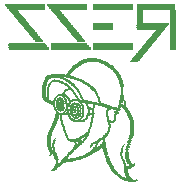
<source format=gbo>
G75*
%MOIN*%
%OFA0B0*%
%FSLAX25Y25*%
%IPPOS*%
%LPD*%
%AMOC8*
5,1,8,0,0,1.08239X$1,22.5*
%
%ADD10R,0.01457X0.00157*%
%ADD11R,0.03622X0.00157*%
%ADD12R,0.04803X0.00118*%
%ADD13R,0.05669X0.00157*%
%ADD14R,0.06417X0.00157*%
%ADD15R,0.07126X0.00118*%
%ADD16R,0.07756X0.00157*%
%ADD17R,0.08465X0.00157*%
%ADD18R,0.03189X0.00118*%
%ADD19R,0.03346X0.00118*%
%ADD20R,0.02795X0.00157*%
%ADD21R,0.02756X0.00157*%
%ADD22R,0.02638X0.00157*%
%ADD23R,0.02598X0.00157*%
%ADD24R,0.02480X0.00157*%
%ADD25R,0.02323X0.00157*%
%ADD26R,0.02165X0.00118*%
%ADD27R,0.02205X0.00118*%
%ADD28R,0.02205X0.00157*%
%ADD29R,0.02047X0.00157*%
%ADD30R,0.02047X0.00118*%
%ADD31R,0.01890X0.00118*%
%ADD32R,0.01890X0.00157*%
%ADD33R,0.01732X0.00157*%
%ADD34R,0.01929X0.00118*%
%ADD35R,0.01732X0.00118*%
%ADD36R,0.01772X0.00157*%
%ADD37R,0.01614X0.00157*%
%ADD38R,0.01575X0.00118*%
%ADD39R,0.01457X0.00118*%
%ADD40R,0.01299X0.00157*%
%ADD41R,0.01339X0.00118*%
%ADD42R,0.01614X0.00118*%
%ADD43R,0.01181X0.00118*%
%ADD44R,0.01181X0.00157*%
%ADD45R,0.01575X0.00157*%
%ADD46R,0.01142X0.00118*%
%ADD47R,0.01024X0.00157*%
%ADD48R,0.04803X0.00157*%
%ADD49R,0.06850X0.00157*%
%ADD50R,0.01024X0.00118*%
%ADD51R,0.07323X0.00118*%
%ADD52R,0.07717X0.00157*%
%ADD53R,0.08622X0.00157*%
%ADD54R,0.03504X0.00118*%
%ADD55R,0.05236X0.00118*%
%ADD56R,0.03189X0.00157*%
%ADD57R,0.02913X0.00157*%
%ADD58R,0.02008X0.00157*%
%ADD59R,0.02756X0.00118*%
%ADD60R,0.01772X0.00118*%
%ADD61R,0.02165X0.00157*%
%ADD62R,0.00276X0.00118*%
%ADD63R,0.00906X0.00157*%
%ADD64R,0.03386X0.00118*%
%ADD65R,0.01496X0.00157*%
%ADD66R,0.04094X0.00157*%
%ADD67R,0.00866X0.00157*%
%ADD68R,0.01142X0.00157*%
%ADD69R,0.01299X0.00118*%
%ADD70R,0.00551X0.00118*%
%ADD71R,0.00591X0.00157*%
%ADD72R,0.00866X0.00118*%
%ADD73R,0.00591X0.00118*%
%ADD74R,0.00433X0.00157*%
%ADD75R,0.01339X0.00157*%
%ADD76R,0.00984X0.00118*%
%ADD77R,0.00472X0.00118*%
%ADD78R,0.00984X0.00157*%
%ADD79R,0.00748X0.00118*%
%ADD80R,0.00433X0.00118*%
%ADD81R,0.00906X0.00118*%
%ADD82R,0.02638X0.00118*%
%ADD83R,0.00748X0.00157*%
%ADD84R,0.00709X0.00157*%
%ADD85R,0.00709X0.00118*%
%ADD86R,0.03386X0.00157*%
%ADD87R,0.00551X0.00157*%
%ADD88R,0.00472X0.00157*%
%ADD89R,0.00276X0.00157*%
%ADD90R,0.01929X0.00157*%
%ADD91R,0.00118X0.00118*%
%ADD92R,0.03819X0.00157*%
%ADD93R,0.00157X0.00157*%
%ADD94R,0.04055X0.00157*%
%ADD95R,0.00315X0.00157*%
%ADD96R,0.04646X0.00118*%
%ADD97R,0.00157X0.00118*%
%ADD98R,0.02480X0.00118*%
%ADD99R,0.05236X0.00157*%
%ADD100R,0.00118X0.00157*%
%ADD101R,0.04961X0.00157*%
%ADD102R,0.05394X0.00157*%
%ADD103R,0.04094X0.00118*%
%ADD104R,0.00315X0.00118*%
%ADD105R,0.03780X0.00157*%
%ADD106R,0.04252X0.00157*%
%ADD107R,0.03228X0.00157*%
%ADD108R,0.03071X0.00157*%
%ADD109R,0.02913X0.00118*%
%ADD110R,0.02362X0.00118*%
%ADD111R,0.04370X0.00118*%
%ADD112R,0.04370X0.00157*%
%ADD113R,0.02362X0.00157*%
%ADD114R,0.03031X0.00157*%
%ADD115R,0.04409X0.00157*%
%ADD116R,0.03937X0.00118*%
%ADD117R,0.02008X0.00118*%
%ADD118R,0.04646X0.00157*%
%ADD119R,0.05984X0.00157*%
%ADD120R,0.05669X0.00118*%
%ADD121R,0.02323X0.00118*%
%ADD122R,0.12992X0.00118*%
%ADD123R,0.13110X0.00118*%
%ADD124R,0.13583X0.00118*%
%ADD125R,0.13543X0.00118*%
%ADD126R,0.12992X0.00157*%
%ADD127R,0.13110X0.00157*%
%ADD128R,0.13425X0.00157*%
%ADD129R,0.13386X0.00157*%
%ADD130R,0.13268X0.00157*%
%ADD131R,0.12953X0.00157*%
%ADD132R,0.12835X0.00157*%
%ADD133R,0.12677X0.00118*%
%ADD134R,0.12559X0.00157*%
%ADD135R,0.12677X0.00157*%
%ADD136R,0.12402X0.00157*%
%ADD137R,0.12520X0.00157*%
%ADD138R,0.12402X0.00118*%
%ADD139R,0.12362X0.00118*%
%ADD140R,0.12244X0.00157*%
%ADD141R,0.12087X0.00157*%
%ADD142R,0.11969X0.00157*%
%ADD143R,0.11929X0.00157*%
%ADD144R,0.02795X0.00118*%
%ADD145R,0.02598X0.00118*%
%ADD146R,0.10787X0.00157*%
%ADD147R,0.10669X0.00157*%
%ADD148R,0.10512X0.00118*%
%ADD149R,0.06850X0.00118*%
%ADD150R,0.10354X0.00157*%
%ADD151R,0.10197X0.00157*%
%ADD152R,0.10079X0.00118*%
%ADD153R,0.09921X0.00157*%
%ADD154R,0.09764X0.00157*%
%ADD155R,0.09764X0.00118*%
%ADD156R,0.09646X0.00157*%
%ADD157R,0.09488X0.00157*%
%ADD158R,0.09331X0.00157*%
%ADD159R,0.09173X0.00118*%
%ADD160R,0.12126X0.00118*%
%ADD161R,0.12244X0.00118*%
%ADD162R,0.12559X0.00118*%
%ADD163R,0.12835X0.00118*%
%ADD164R,0.13150X0.00157*%
%ADD165R,0.13268X0.00118*%
%ADD166R,0.13425X0.00118*%
%ADD167R,0.13583X0.00157*%
%ADD168R,0.13543X0.00157*%
D10*
X0273601Y0108003D03*
X0273916Y0108436D03*
X0278995Y0107412D03*
X0279900Y0108593D03*
X0281042Y0110207D03*
X0281633Y0110916D03*
X0286160Y0107570D03*
X0286436Y0107412D03*
X0296081Y0111940D03*
X0296357Y0111664D03*
X0296514Y0111507D03*
X0288798Y0115444D03*
X0298995Y0102018D03*
X0297538Y0098081D03*
X0286003Y0094892D03*
X0278562Y0098081D03*
X0275806Y0100286D03*
X0283404Y0100562D03*
X0285294Y0089066D03*
X0284979Y0088908D03*
X0285294Y0087451D03*
X0290255Y0087451D03*
X0291711Y0085995D03*
X0292735Y0086861D03*
X0292577Y0088908D03*
X0298129Y0076231D03*
X0298247Y0076073D03*
D11*
X0278936Y0103042D03*
X0288857Y0115286D03*
D12*
X0288857Y0115148D03*
D13*
X0288857Y0115010D03*
X0276455Y0109184D03*
D14*
X0288916Y0114853D03*
D15*
X0288995Y0114715D03*
D16*
X0288995Y0114577D03*
D17*
X0289073Y0114420D03*
D18*
X0291987Y0114282D03*
D19*
X0286239Y0114282D03*
X0283601Y0101448D03*
X0292223Y0099991D03*
X0284349Y0082196D03*
D20*
X0297026Y0098672D03*
X0292499Y0114144D03*
X0303636Y0115223D03*
X0304227Y0115932D03*
X0305684Y0117703D03*
X0284975Y0121640D03*
X0283951Y0122940D03*
X0283518Y0123373D03*
X0283085Y0123963D03*
X0282928Y0124121D03*
X0281471Y0125853D03*
X0281038Y0126444D03*
X0280605Y0126877D03*
X0278991Y0128766D03*
X0278558Y0129357D03*
X0278125Y0129948D03*
X0277692Y0130381D03*
X0277534Y0130538D03*
X0268203Y0124987D03*
X0267770Y0125420D03*
X0267337Y0126010D03*
X0265881Y0127743D03*
X0265723Y0127900D03*
X0265290Y0128491D03*
X0264857Y0128924D03*
X0263833Y0130223D03*
X0262810Y0131404D03*
X0270251Y0122507D03*
X0270684Y0121916D03*
X0271117Y0121483D03*
D21*
X0270979Y0121640D03*
X0270388Y0122349D03*
X0270113Y0122664D03*
X0269522Y0123373D03*
X0269365Y0123530D03*
X0269089Y0123963D03*
X0268932Y0124121D03*
X0268656Y0124396D03*
X0268499Y0124554D03*
X0268341Y0124829D03*
X0267908Y0125262D03*
X0267475Y0125853D03*
X0267042Y0126286D03*
X0266885Y0126601D03*
X0266609Y0126877D03*
X0266451Y0127034D03*
X0265585Y0128058D03*
X0265428Y0128333D03*
X0264995Y0128766D03*
X0264562Y0129357D03*
X0264404Y0129514D03*
X0264129Y0129790D03*
X0263696Y0130381D03*
X0263538Y0130538D03*
X0262948Y0131247D03*
X0276963Y0131247D03*
X0277239Y0130971D03*
X0277396Y0130814D03*
X0277829Y0130223D03*
X0278420Y0129514D03*
X0278696Y0129199D03*
X0279286Y0128491D03*
X0279444Y0128333D03*
X0279719Y0127900D03*
X0279877Y0127743D03*
X0280152Y0127467D03*
X0280310Y0127310D03*
X0280467Y0127034D03*
X0280900Y0126601D03*
X0281333Y0126010D03*
X0281766Y0125577D03*
X0281924Y0125262D03*
X0282199Y0124987D03*
X0282357Y0124829D03*
X0282633Y0124396D03*
X0283223Y0123806D03*
X0283381Y0123530D03*
X0283814Y0123097D03*
X0284089Y0122664D03*
X0284247Y0122507D03*
X0284404Y0122349D03*
X0284680Y0122073D03*
X0285113Y0121483D03*
X0285270Y0121325D03*
X0285786Y0114144D03*
X0276888Y0108003D03*
X0275156Y0100877D03*
X0303066Y0114475D03*
X0303499Y0115066D03*
X0304365Y0116089D03*
X0279802Y0081034D03*
D22*
X0301042Y0079144D03*
X0277262Y0110207D03*
X0292853Y0113987D03*
X0303125Y0114633D03*
X0303282Y0114790D03*
X0304739Y0116522D03*
X0305014Y0116955D03*
X0305172Y0117113D03*
X0305605Y0117546D03*
X0306038Y0118136D03*
X0306471Y0118727D03*
X0306786Y0119003D03*
X0307062Y0119436D03*
X0307219Y0119593D03*
X0307495Y0119869D03*
X0307652Y0120026D03*
X0307652Y0120184D03*
X0308085Y0120617D03*
X0308676Y0121325D03*
X0308951Y0121640D03*
X0309109Y0121916D03*
X0309266Y0122073D03*
X0309542Y0122349D03*
X0309699Y0122507D03*
X0309975Y0122940D03*
X0310133Y0123097D03*
X0310723Y0123806D03*
X0310999Y0124121D03*
X0311589Y0124829D03*
X0282573Y0124554D03*
X0281117Y0126286D03*
X0279660Y0128058D03*
X0278912Y0128924D03*
X0278203Y0129790D03*
X0267692Y0125577D03*
X0266235Y0127310D03*
X0263322Y0130814D03*
X0263164Y0130971D03*
X0269148Y0123806D03*
X0269739Y0123097D03*
X0269896Y0122940D03*
X0270605Y0122073D03*
X0271196Y0121325D03*
D23*
X0266963Y0126444D03*
X0266097Y0127467D03*
X0264640Y0129199D03*
X0264050Y0129948D03*
X0276885Y0131404D03*
X0281845Y0125420D03*
X0284759Y0121916D03*
X0303853Y0115499D03*
X0304010Y0115656D03*
X0304444Y0116247D03*
X0304877Y0116680D03*
X0305467Y0117388D03*
X0305900Y0117979D03*
X0306333Y0118412D03*
X0306333Y0118570D03*
X0306924Y0119160D03*
X0307948Y0120459D03*
X0308381Y0120892D03*
X0308381Y0121050D03*
X0308814Y0121483D03*
X0310861Y0123963D03*
X0311294Y0124554D03*
X0311727Y0124987D03*
X0285432Y0113987D03*
X0285432Y0082491D03*
D24*
X0285924Y0082648D03*
X0290451Y0085404D03*
X0290609Y0085562D03*
X0302105Y0074459D03*
X0299073Y0099538D03*
X0299073Y0099696D03*
X0299073Y0099853D03*
X0283601Y0101743D03*
X0275294Y0100719D03*
X0274428Y0101152D03*
X0274703Y0109026D03*
X0283325Y0108751D03*
X0293247Y0113829D03*
X0309778Y0122664D03*
X0310329Y0123373D03*
X0310487Y0123530D03*
X0311235Y0124396D03*
D25*
X0285136Y0113829D03*
X0281357Y0105089D03*
X0274192Y0101310D03*
X0295333Y0094459D03*
X0284113Y0088475D03*
X0289940Y0084971D03*
X0290097Y0085129D03*
X0292420Y0086270D03*
X0286593Y0082924D03*
X0275963Y0083790D03*
X0300885Y0078987D03*
D26*
X0300806Y0078849D03*
X0289585Y0084676D03*
X0288995Y0084243D03*
X0288562Y0098534D03*
X0293522Y0113692D03*
D27*
X0284920Y0113692D03*
X0287243Y0083219D03*
D28*
X0286967Y0083081D03*
X0289448Y0084538D03*
X0277636Y0080010D03*
X0302125Y0080168D03*
X0295274Y0094302D03*
X0288424Y0096940D03*
X0293818Y0113554D03*
D29*
X0294014Y0113396D03*
X0284566Y0113554D03*
X0284408Y0113396D03*
X0276810Y0108160D03*
X0281337Y0105247D03*
X0275510Y0100562D03*
X0288503Y0083948D03*
X0288345Y0083790D03*
X0288778Y0084105D03*
X0289211Y0084381D03*
X0287755Y0083514D03*
X0277558Y0079853D03*
X0302203Y0080010D03*
X0304877Y0127310D03*
X0304877Y0127467D03*
X0304877Y0127743D03*
X0304877Y0127900D03*
X0304877Y0128058D03*
X0304877Y0128333D03*
X0304877Y0128491D03*
X0304877Y0128766D03*
X0304877Y0128924D03*
X0304877Y0129199D03*
X0304877Y0129357D03*
X0304877Y0129514D03*
X0304877Y0129790D03*
X0304877Y0129948D03*
X0304877Y0130223D03*
X0304877Y0130381D03*
X0304877Y0130538D03*
X0304877Y0130814D03*
X0304877Y0130971D03*
X0304877Y0131247D03*
X0304877Y0131404D03*
D30*
X0304877Y0131542D03*
X0304877Y0131109D03*
X0304877Y0130676D03*
X0304877Y0130085D03*
X0304877Y0129652D03*
X0304877Y0129062D03*
X0304877Y0128629D03*
X0304877Y0128196D03*
X0304877Y0127605D03*
X0304877Y0127172D03*
X0294329Y0113259D03*
X0284566Y0108298D03*
X0274329Y0108888D03*
X0274054Y0101448D03*
X0275668Y0084676D03*
D31*
X0284487Y0088613D03*
X0292361Y0088613D03*
X0277479Y0079715D03*
X0299644Y0075345D03*
X0299054Y0101448D03*
X0273699Y0101881D03*
X0284172Y0113259D03*
X0315900Y0118865D03*
X0315900Y0119298D03*
X0315900Y0119731D03*
X0315900Y0120322D03*
X0315900Y0120755D03*
X0315900Y0121188D03*
X0315900Y0121778D03*
X0315900Y0122211D03*
X0315900Y0122802D03*
X0315900Y0123235D03*
X0315900Y0123668D03*
X0315900Y0124259D03*
X0315900Y0124692D03*
X0315900Y0125125D03*
X0315900Y0125715D03*
X0315900Y0126148D03*
X0315900Y0126739D03*
X0315900Y0127172D03*
X0315900Y0127605D03*
X0315900Y0128196D03*
X0315900Y0128629D03*
X0315900Y0129062D03*
X0315900Y0129652D03*
X0315900Y0130085D03*
X0315900Y0130676D03*
X0315900Y0131109D03*
X0315900Y0131542D03*
D32*
X0315900Y0131404D03*
X0315900Y0131247D03*
X0315900Y0130971D03*
X0315900Y0130814D03*
X0315900Y0130538D03*
X0315900Y0130381D03*
X0315900Y0130223D03*
X0315900Y0129948D03*
X0315900Y0129790D03*
X0315900Y0129514D03*
X0315900Y0129357D03*
X0315900Y0129199D03*
X0315900Y0128924D03*
X0315900Y0128766D03*
X0315900Y0128491D03*
X0315900Y0128333D03*
X0315900Y0128058D03*
X0315900Y0127900D03*
X0315900Y0127743D03*
X0315900Y0127467D03*
X0315900Y0127310D03*
X0315900Y0127034D03*
X0315900Y0126877D03*
X0315900Y0126601D03*
X0315900Y0126444D03*
X0315900Y0126286D03*
X0315900Y0126010D03*
X0315900Y0125853D03*
X0315900Y0125577D03*
X0315900Y0125420D03*
X0315900Y0125262D03*
X0315900Y0124987D03*
X0315900Y0124829D03*
X0315900Y0124554D03*
X0315900Y0124396D03*
X0315900Y0124121D03*
X0315900Y0123963D03*
X0315900Y0123806D03*
X0315900Y0123530D03*
X0315900Y0123373D03*
X0315900Y0123097D03*
X0315900Y0122940D03*
X0315900Y0122664D03*
X0315900Y0122507D03*
X0315900Y0122349D03*
X0315900Y0122073D03*
X0315900Y0121916D03*
X0315900Y0121640D03*
X0315900Y0121483D03*
X0315900Y0121325D03*
X0315900Y0121050D03*
X0315900Y0120892D03*
X0315900Y0120617D03*
X0315900Y0120459D03*
X0315900Y0120184D03*
X0315900Y0120026D03*
X0315900Y0119869D03*
X0315900Y0119593D03*
X0315900Y0119436D03*
X0315900Y0119160D03*
X0315900Y0119003D03*
X0315900Y0118727D03*
X0315900Y0118570D03*
X0294841Y0112963D03*
X0294526Y0113121D03*
X0283739Y0112963D03*
X0284920Y0108160D03*
X0279093Y0103475D03*
X0273699Y0101743D03*
X0295274Y0094144D03*
X0299054Y0101585D03*
X0285353Y0087727D03*
X0284054Y0086585D03*
X0277322Y0079577D03*
D33*
X0299290Y0075483D03*
X0300589Y0078711D03*
X0302203Y0079853D03*
X0286888Y0089932D03*
X0286731Y0089774D03*
X0285274Y0108003D03*
X0283385Y0112688D03*
X0283975Y0113121D03*
X0295196Y0112688D03*
X0295353Y0112530D03*
D34*
X0294979Y0112825D03*
D35*
X0283542Y0112825D03*
X0283818Y0101881D03*
X0283385Y0100424D03*
X0275668Y0100424D03*
X0285274Y0087589D03*
X0277125Y0079282D03*
D36*
X0277262Y0079420D03*
X0279152Y0080877D03*
X0290097Y0087294D03*
X0284546Y0094302D03*
X0283680Y0095759D03*
X0297381Y0098396D03*
X0274192Y0108751D03*
X0283247Y0112530D03*
X0301908Y0079577D03*
X0298995Y0075640D03*
D37*
X0298483Y0075916D03*
X0276908Y0078987D03*
X0284034Y0086428D03*
X0284782Y0088751D03*
X0291475Y0085837D03*
X0292499Y0088751D03*
X0297459Y0098239D03*
X0299073Y0101743D03*
X0288129Y0098672D03*
X0278640Y0107570D03*
X0273995Y0108593D03*
X0281278Y0110483D03*
X0281711Y0111073D03*
X0281987Y0111349D03*
X0282144Y0111507D03*
X0282302Y0111664D03*
X0282577Y0111940D03*
X0282735Y0112097D03*
X0283010Y0112373D03*
X0295570Y0112373D03*
X0295845Y0112097D03*
D38*
X0295707Y0112235D03*
X0282873Y0112235D03*
X0282440Y0111802D03*
X0281416Y0105385D03*
X0291337Y0085699D03*
D39*
X0291396Y0088180D03*
X0302184Y0079715D03*
X0276672Y0078849D03*
X0298562Y0099991D03*
X0281475Y0110778D03*
X0281199Y0110345D03*
X0273759Y0108298D03*
X0296199Y0111802D03*
D40*
X0296593Y0111349D03*
X0296869Y0111073D03*
X0297026Y0110916D03*
X0288404Y0106113D03*
X0288562Y0105955D03*
X0287696Y0106703D03*
X0287262Y0106979D03*
X0286948Y0107136D03*
X0280688Y0108160D03*
X0280097Y0108436D03*
X0273680Y0108160D03*
X0273404Y0107570D03*
X0278207Y0102176D03*
X0287971Y0098829D03*
X0287971Y0096782D03*
X0283601Y0096349D03*
X0277617Y0097215D03*
X0287105Y0090207D03*
X0287262Y0090365D03*
X0285215Y0087294D03*
X0284782Y0086861D03*
X0290609Y0087727D03*
X0290885Y0087885D03*
X0291199Y0088042D03*
X0291633Y0088318D03*
X0293089Y0089341D03*
X0276593Y0083357D03*
X0278640Y0080601D03*
X0276593Y0078711D03*
X0297026Y0077097D03*
X0297459Y0076664D03*
X0300373Y0077530D03*
X0300373Y0077688D03*
X0300373Y0077963D03*
X0300373Y0078554D03*
X0300530Y0077097D03*
X0300530Y0076940D03*
X0300806Y0076231D03*
X0298916Y0102176D03*
D41*
X0287400Y0106841D03*
X0280392Y0108298D03*
X0273542Y0107865D03*
X0296731Y0111211D03*
X0276455Y0083652D03*
D42*
X0286948Y0090070D03*
X0295136Y0094007D03*
X0299507Y0099400D03*
X0299073Y0101881D03*
X0285491Y0107865D03*
X0281869Y0111211D03*
X0298759Y0075778D03*
D43*
X0300747Y0076369D03*
X0300589Y0076802D03*
X0301022Y0075778D03*
X0301455Y0075345D03*
X0296810Y0077392D03*
X0296062Y0078259D03*
X0295629Y0078849D03*
X0301613Y0080306D03*
X0292873Y0087156D03*
X0283818Y0086133D03*
X0283385Y0085699D03*
X0282951Y0085266D03*
X0274644Y0086723D03*
X0274644Y0089203D03*
X0275668Y0092117D03*
X0276101Y0093140D03*
X0276534Y0094007D03*
X0286455Y0095030D03*
X0278581Y0097944D03*
X0280904Y0099991D03*
X0281770Y0101014D03*
X0283385Y0099991D03*
X0289211Y0105385D03*
X0288778Y0105818D03*
X0281062Y0107865D03*
X0273188Y0106841D03*
X0273030Y0106408D03*
X0297085Y0110778D03*
X0300589Y0097944D03*
X0302046Y0095030D03*
D44*
X0297085Y0097373D03*
X0299723Y0099105D03*
X0299999Y0098829D03*
X0300156Y0098672D03*
X0300747Y0097806D03*
X0287912Y0096625D03*
X0279605Y0096625D03*
X0277125Y0095759D03*
X0277125Y0095601D03*
X0276967Y0095168D03*
X0276534Y0094144D03*
X0276377Y0093711D03*
X0276101Y0093003D03*
X0275944Y0092845D03*
X0275944Y0092688D03*
X0275510Y0091822D03*
X0275077Y0090798D03*
X0274920Y0090365D03*
X0274644Y0086585D03*
X0275077Y0084971D03*
X0276534Y0083514D03*
X0276967Y0082491D03*
X0283542Y0085837D03*
X0285707Y0089341D03*
X0287322Y0090522D03*
X0291849Y0088475D03*
X0293306Y0089499D03*
X0300747Y0082058D03*
X0295196Y0079577D03*
X0296219Y0077963D03*
X0296652Y0077530D03*
X0300589Y0076664D03*
X0301022Y0075916D03*
X0301180Y0075640D03*
X0275944Y0100129D03*
X0281495Y0105522D03*
X0280314Y0106703D03*
X0279881Y0106979D03*
X0279605Y0107136D03*
X0280904Y0108003D03*
X0281337Y0107727D03*
X0288936Y0105680D03*
X0289369Y0105247D03*
X0297243Y0110483D03*
X0297243Y0110640D03*
X0297518Y0110207D03*
X0297676Y0109892D03*
X0297833Y0109617D03*
X0273463Y0107727D03*
X0273188Y0106979D03*
X0273030Y0106270D03*
X0273030Y0106113D03*
D45*
X0279526Y0108751D03*
X0280983Y0110050D03*
X0281416Y0110640D03*
X0277046Y0079144D03*
D46*
X0276829Y0082786D03*
X0276672Y0083219D03*
X0296357Y0077825D03*
X0300294Y0078259D03*
X0275215Y0091093D03*
X0275373Y0091526D03*
X0275806Y0092550D03*
X0286160Y0101448D03*
X0272892Y0103928D03*
X0272892Y0104361D03*
X0272892Y0104951D03*
X0273325Y0107274D03*
X0297381Y0110345D03*
X0299861Y0098967D03*
X0300885Y0097510D03*
D47*
X0300944Y0097373D03*
X0301101Y0097215D03*
X0301259Y0096940D03*
X0301377Y0096625D03*
X0301534Y0096349D03*
X0301534Y0096192D03*
X0301692Y0095916D03*
X0301849Y0095759D03*
X0301849Y0095601D03*
X0301967Y0095325D03*
X0301967Y0095168D03*
X0302125Y0094892D03*
X0302125Y0094735D03*
X0302282Y0094459D03*
X0302282Y0094302D03*
X0302282Y0094144D03*
X0302400Y0093711D03*
X0302400Y0093436D03*
X0302400Y0093278D03*
X0302400Y0093003D03*
X0302400Y0092845D03*
X0302400Y0092688D03*
X0302400Y0092412D03*
X0302400Y0092255D03*
X0302400Y0091979D03*
X0302400Y0091822D03*
X0302400Y0091664D03*
X0302400Y0091388D03*
X0302400Y0091231D03*
X0302282Y0090798D03*
X0302282Y0090522D03*
X0302125Y0090207D03*
X0302125Y0089932D03*
X0301967Y0089499D03*
X0301849Y0089066D03*
X0301692Y0088751D03*
X0301377Y0087727D03*
X0301259Y0087294D03*
X0300944Y0086270D03*
X0300668Y0084971D03*
X0300510Y0083948D03*
X0300510Y0083790D03*
X0300510Y0083514D03*
X0300510Y0083357D03*
X0300510Y0083081D03*
X0300510Y0082924D03*
X0300668Y0082648D03*
X0300668Y0082491D03*
X0300668Y0082333D03*
X0300825Y0081900D03*
X0300825Y0081625D03*
X0300944Y0081467D03*
X0300944Y0081192D03*
X0301101Y0081034D03*
X0301101Y0080877D03*
X0301259Y0080601D03*
X0301377Y0080444D03*
X0296140Y0078121D03*
X0295865Y0078554D03*
X0295707Y0078711D03*
X0295550Y0078987D03*
X0295432Y0079144D03*
X0295274Y0079420D03*
X0294841Y0080168D03*
X0294684Y0080444D03*
X0294684Y0080601D03*
X0294526Y0080877D03*
X0294526Y0081034D03*
X0294408Y0081192D03*
X0294251Y0081625D03*
X0294093Y0081900D03*
X0294093Y0082058D03*
X0293975Y0082333D03*
X0293975Y0082491D03*
X0293818Y0082924D03*
X0293660Y0083357D03*
X0293660Y0083514D03*
X0293503Y0083790D03*
X0293503Y0083948D03*
X0293503Y0084105D03*
X0293385Y0084381D03*
X0293385Y0084538D03*
X0293227Y0084971D03*
X0293227Y0085129D03*
X0293227Y0085404D03*
X0293070Y0085562D03*
X0293070Y0085837D03*
X0293070Y0085995D03*
X0292951Y0087294D03*
X0293503Y0089774D03*
X0293660Y0089932D03*
X0293975Y0090365D03*
X0289290Y0087018D03*
X0282873Y0085129D03*
X0282282Y0084538D03*
X0282164Y0084381D03*
X0281849Y0084105D03*
X0281692Y0083948D03*
X0281573Y0083790D03*
X0281259Y0083514D03*
X0281140Y0083357D03*
X0280550Y0082648D03*
X0280392Y0082491D03*
X0280235Y0082333D03*
X0279959Y0082058D03*
X0277203Y0081900D03*
X0277046Y0082333D03*
X0276888Y0082648D03*
X0275156Y0084814D03*
X0274999Y0085129D03*
X0274999Y0085404D03*
X0274841Y0085562D03*
X0274841Y0085837D03*
X0274723Y0085995D03*
X0274723Y0086270D03*
X0274723Y0086428D03*
X0274566Y0086861D03*
X0274566Y0087018D03*
X0274566Y0087294D03*
X0274566Y0087451D03*
X0274566Y0087727D03*
X0274566Y0087885D03*
X0274566Y0088042D03*
X0274566Y0088318D03*
X0274566Y0088475D03*
X0274566Y0088751D03*
X0274566Y0088908D03*
X0274566Y0089066D03*
X0274723Y0089341D03*
X0274723Y0089499D03*
X0274723Y0089774D03*
X0274841Y0090207D03*
X0274999Y0090522D03*
X0275156Y0090955D03*
X0275432Y0091664D03*
X0275589Y0091979D03*
X0275747Y0092255D03*
X0276455Y0093869D03*
X0277046Y0095325D03*
X0277203Y0095916D03*
X0277322Y0096192D03*
X0277322Y0096349D03*
X0277322Y0096625D03*
X0277479Y0096782D03*
X0280550Y0098239D03*
X0280550Y0098396D03*
X0280825Y0099538D03*
X0280825Y0099696D03*
X0280825Y0099853D03*
X0273266Y0102018D03*
X0273109Y0102176D03*
X0273109Y0102333D03*
X0272951Y0102609D03*
X0272951Y0102766D03*
X0272951Y0103042D03*
X0272951Y0103199D03*
X0272951Y0103475D03*
X0272951Y0103633D03*
X0272951Y0103790D03*
X0272951Y0105522D03*
X0272951Y0105680D03*
X0272951Y0105955D03*
X0273109Y0106546D03*
X0273109Y0106703D03*
X0273266Y0107136D03*
X0280550Y0106546D03*
X0281692Y0107412D03*
X0281573Y0107570D03*
X0282282Y0106979D03*
X0282597Y0106703D03*
X0282715Y0106546D03*
X0280235Y0104656D03*
X0289448Y0105089D03*
X0289723Y0104814D03*
X0298778Y0105955D03*
X0298778Y0106113D03*
X0298778Y0106270D03*
X0298778Y0106546D03*
X0298778Y0106703D03*
X0298621Y0106979D03*
X0298621Y0107136D03*
X0298621Y0107412D03*
X0298463Y0107727D03*
X0298463Y0108003D03*
X0298345Y0108436D03*
X0298188Y0108593D03*
X0298188Y0108751D03*
X0298030Y0109026D03*
X0298030Y0109184D03*
X0297912Y0109459D03*
X0297597Y0110050D03*
X0298778Y0103042D03*
X0298778Y0102766D03*
X0298778Y0102609D03*
X0298621Y0101310D03*
X0298621Y0101152D03*
X0298463Y0100719D03*
X0298463Y0100129D03*
X0300510Y0098081D03*
X0300825Y0097648D03*
X0297164Y0097215D03*
X0296888Y0097648D03*
X0294684Y0098672D03*
X0289133Y0097215D03*
X0286652Y0095168D03*
X0282164Y0095168D03*
X0294684Y0094735D03*
X0275865Y0078121D03*
D48*
X0281259Y0081467D03*
X0277636Y0110050D03*
D49*
X0278227Y0109892D03*
X0292711Y0125262D03*
X0292711Y0125420D03*
X0292711Y0125577D03*
X0292711Y0125853D03*
X0292711Y0126010D03*
X0292711Y0126286D03*
X0292711Y0126444D03*
X0292711Y0126601D03*
X0292711Y0126877D03*
X0292711Y0127034D03*
D50*
X0297755Y0109755D03*
X0297912Y0109322D03*
X0298188Y0108888D03*
X0298345Y0108298D03*
X0298463Y0107865D03*
X0298621Y0107274D03*
X0298778Y0106408D03*
X0298778Y0102904D03*
X0298778Y0102471D03*
X0300235Y0098534D03*
X0301101Y0097077D03*
X0301377Y0096487D03*
X0301692Y0096054D03*
X0301849Y0095463D03*
X0302125Y0094597D03*
X0302282Y0094007D03*
X0302400Y0093573D03*
X0302400Y0093140D03*
X0302400Y0092550D03*
X0302400Y0092117D03*
X0302400Y0091526D03*
X0302400Y0091093D03*
X0302282Y0090660D03*
X0302125Y0090070D03*
X0301967Y0089636D03*
X0301849Y0089203D03*
X0301692Y0088613D03*
X0301534Y0088180D03*
X0301101Y0086723D03*
X0300825Y0085699D03*
X0293385Y0084676D03*
X0293227Y0085266D03*
X0293070Y0085699D03*
X0289881Y0085699D03*
X0289566Y0087156D03*
X0293385Y0089636D03*
X0287558Y0090660D03*
X0282440Y0095030D03*
X0277322Y0096487D03*
X0277203Y0096054D03*
X0277046Y0095463D03*
X0276888Y0095030D03*
X0276298Y0093573D03*
X0274999Y0090660D03*
X0274841Y0090070D03*
X0274723Y0089636D03*
X0274566Y0088613D03*
X0274566Y0088180D03*
X0274566Y0087589D03*
X0274566Y0087156D03*
X0274723Y0086133D03*
X0274841Y0085699D03*
X0274999Y0085266D03*
X0277046Y0082196D03*
X0277203Y0081762D03*
X0280117Y0082196D03*
X0281416Y0083652D03*
X0282007Y0084243D03*
X0293818Y0082786D03*
X0294408Y0081329D03*
X0294841Y0080306D03*
X0295117Y0079715D03*
X0295432Y0079282D03*
X0300944Y0081329D03*
X0300825Y0081762D03*
X0300668Y0082196D03*
X0300510Y0083219D03*
X0300510Y0083652D03*
X0301259Y0080739D03*
X0276022Y0078259D03*
X0287676Y0096487D03*
X0287833Y0098967D03*
X0283306Y0099400D03*
X0280550Y0098534D03*
X0280392Y0102904D03*
X0280117Y0106841D03*
X0281849Y0107274D03*
X0282440Y0106841D03*
X0289566Y0104951D03*
X0294526Y0098534D03*
X0296888Y0097510D03*
X0272951Y0102904D03*
X0272951Y0103337D03*
X0272951Y0105385D03*
X0272951Y0105818D03*
D51*
X0277991Y0109755D03*
D52*
X0278070Y0109617D03*
D53*
X0278207Y0109459D03*
D54*
X0281199Y0109322D03*
D55*
X0276396Y0109322D03*
D56*
X0281790Y0109184D03*
X0300885Y0075050D03*
D57*
X0301180Y0079420D03*
X0284999Y0082333D03*
X0295353Y0099105D03*
X0283542Y0101585D03*
X0282361Y0109026D03*
D58*
X0284113Y0108436D03*
X0278719Y0109026D03*
X0287617Y0083357D03*
D59*
X0301101Y0079282D03*
X0278936Y0103337D03*
X0282873Y0108888D03*
X0302908Y0114337D03*
X0304955Y0116818D03*
X0284837Y0121778D03*
X0283656Y0123235D03*
X0282790Y0124259D03*
X0281176Y0126148D03*
X0280743Y0126739D03*
X0278853Y0129062D03*
X0277987Y0130085D03*
X0268066Y0125125D03*
X0266018Y0127605D03*
X0265152Y0128629D03*
X0263105Y0131109D03*
X0262672Y0131542D03*
X0269955Y0122802D03*
X0270546Y0122211D03*
X0270822Y0121778D03*
D60*
X0279152Y0108888D03*
X0292577Y0086723D03*
D61*
X0292499Y0086428D03*
X0277774Y0080168D03*
X0275885Y0083948D03*
X0275885Y0084105D03*
X0275727Y0084381D03*
X0275727Y0084538D03*
X0283759Y0108593D03*
D62*
X0276672Y0108298D03*
X0277262Y0101448D03*
X0277696Y0101448D03*
X0277105Y0101014D03*
X0277105Y0100424D03*
X0277105Y0099991D03*
X0278877Y0099400D03*
X0279152Y0098967D03*
X0279585Y0098967D03*
X0279743Y0099400D03*
X0279743Y0099991D03*
X0279310Y0101448D03*
X0281790Y0098967D03*
X0281790Y0097510D03*
X0283680Y0097510D03*
X0284703Y0097510D03*
X0285136Y0097077D03*
X0284703Y0098534D03*
X0284546Y0098967D03*
X0285136Y0098967D03*
X0288483Y0086133D03*
X0298995Y0085266D03*
X0299428Y0086133D03*
D63*
X0300885Y0085995D03*
X0300885Y0085837D03*
X0301318Y0087451D03*
X0301908Y0089341D03*
X0302341Y0090955D03*
X0294467Y0091231D03*
X0294467Y0091388D03*
X0294034Y0090522D03*
X0293010Y0087727D03*
X0293010Y0087451D03*
X0290097Y0085995D03*
X0289073Y0086861D03*
X0286160Y0088042D03*
X0287617Y0090798D03*
X0288050Y0091664D03*
X0288050Y0091822D03*
X0294467Y0094892D03*
X0287617Y0096349D03*
X0281633Y0095759D03*
X0281633Y0100877D03*
X0278286Y0101743D03*
X0278286Y0102333D03*
X0281199Y0105955D03*
X0283680Y0105522D03*
X0285136Y0103199D03*
X0290097Y0104223D03*
X0298404Y0100562D03*
X0298404Y0100286D03*
X0299861Y0100719D03*
X0299861Y0100877D03*
X0298404Y0108160D03*
X0282656Y0084971D03*
X0276239Y0084814D03*
X0276239Y0085129D03*
X0277262Y0081625D03*
X0277262Y0081467D03*
X0277262Y0081192D03*
X0277262Y0081034D03*
X0277262Y0080877D03*
X0277262Y0080601D03*
D64*
X0277046Y0107865D03*
D65*
X0285865Y0107727D03*
X0281928Y0101152D03*
D66*
X0296377Y0098829D03*
X0283227Y0088042D03*
X0277125Y0107727D03*
D67*
X0275353Y0107570D03*
X0275235Y0107412D03*
X0280038Y0104499D03*
X0279605Y0104066D03*
X0279290Y0103633D03*
X0280629Y0102766D03*
X0281495Y0105680D03*
X0281062Y0106113D03*
X0280904Y0106270D03*
X0282085Y0107136D03*
X0282951Y0106270D03*
X0283109Y0106113D03*
X0283227Y0105955D03*
X0283542Y0105680D03*
X0283818Y0105247D03*
X0283975Y0105089D03*
X0284251Y0104656D03*
X0284566Y0104223D03*
X0285707Y0102018D03*
X0285865Y0101743D03*
X0286022Y0101585D03*
X0290235Y0104066D03*
X0290392Y0103790D03*
X0289959Y0104499D03*
X0289802Y0104656D03*
X0298542Y0107570D03*
X0299723Y0101310D03*
X0298542Y0100877D03*
X0298109Y0099262D03*
X0298109Y0099105D03*
X0296652Y0096625D03*
X0294329Y0095325D03*
X0294762Y0092688D03*
X0294605Y0091979D03*
X0294605Y0091822D03*
X0294329Y0090955D03*
X0294172Y0090798D03*
X0293896Y0090207D03*
X0290392Y0086585D03*
X0290235Y0086270D03*
X0289959Y0085837D03*
X0293306Y0084814D03*
X0293739Y0083081D03*
X0293896Y0082648D03*
X0294329Y0081467D03*
X0300589Y0084105D03*
X0300589Y0084381D03*
X0300589Y0084538D03*
X0300589Y0084814D03*
X0300747Y0085129D03*
X0300747Y0085404D03*
X0300747Y0085562D03*
X0301022Y0086428D03*
X0301022Y0086585D03*
X0301180Y0086861D03*
X0301180Y0087018D03*
X0301455Y0087885D03*
X0301455Y0088042D03*
X0301613Y0088318D03*
X0301613Y0088475D03*
X0301770Y0088908D03*
X0302046Y0089774D03*
X0302203Y0090365D03*
X0287912Y0091231D03*
X0287912Y0091388D03*
X0287755Y0090955D03*
X0287046Y0089341D03*
X0286022Y0087885D03*
X0284841Y0087885D03*
X0283385Y0087727D03*
X0283385Y0087451D03*
X0283385Y0087294D03*
X0283542Y0087018D03*
X0283542Y0086861D03*
X0282518Y0084814D03*
X0280904Y0083081D03*
X0280747Y0082924D03*
X0277125Y0082058D03*
X0277125Y0080444D03*
X0282085Y0095325D03*
X0283385Y0096782D03*
X0283227Y0097373D03*
X0280747Y0097373D03*
X0280629Y0098672D03*
X0280747Y0099262D03*
X0279290Y0097215D03*
X0289211Y0097373D03*
X0289211Y0098239D03*
X0294329Y0098396D03*
D68*
X0289073Y0098396D03*
X0283680Y0095601D03*
X0280609Y0097215D03*
X0276829Y0094892D03*
X0276829Y0094735D03*
X0276672Y0094459D03*
X0276672Y0094302D03*
X0276239Y0093436D03*
X0276239Y0093278D03*
X0275806Y0092412D03*
X0275215Y0091231D03*
X0274782Y0089932D03*
X0281199Y0088475D03*
X0283680Y0085995D03*
X0283247Y0085562D03*
X0283089Y0085404D03*
X0276829Y0082924D03*
X0276672Y0083081D03*
X0276239Y0078396D03*
X0295924Y0078396D03*
X0296514Y0077688D03*
X0296948Y0077255D03*
X0300294Y0078121D03*
X0300294Y0078396D03*
X0300451Y0077255D03*
X0300885Y0076073D03*
X0301318Y0075483D03*
X0302341Y0093869D03*
X0301318Y0096782D03*
X0300451Y0098239D03*
X0300294Y0098396D03*
X0298837Y0102333D03*
X0289073Y0105522D03*
X0273325Y0107412D03*
X0272892Y0105247D03*
X0272892Y0105089D03*
X0272892Y0104814D03*
X0272892Y0104656D03*
X0272892Y0104499D03*
X0272892Y0104223D03*
X0272892Y0104066D03*
D69*
X0279388Y0107274D03*
X0286672Y0107274D03*
X0287971Y0106408D03*
X0288995Y0097077D03*
X0285491Y0089203D03*
X0290451Y0087589D03*
X0292932Y0089203D03*
X0285058Y0087156D03*
X0278798Y0080739D03*
X0297302Y0076802D03*
X0297892Y0076369D03*
X0300373Y0077392D03*
X0300373Y0077825D03*
X0302262Y0074322D03*
D70*
X0280471Y0089636D03*
X0279448Y0092550D03*
X0280904Y0097510D03*
X0276967Y0097944D03*
X0276534Y0101881D03*
X0283385Y0103337D03*
X0285865Y0099400D03*
X0291259Y0101881D03*
X0275077Y0107274D03*
D71*
X0274940Y0107136D03*
X0274782Y0106979D03*
X0274625Y0106546D03*
X0274507Y0106270D03*
X0274507Y0106113D03*
X0274349Y0105680D03*
X0274192Y0105247D03*
X0274192Y0105089D03*
X0274192Y0104814D03*
X0274192Y0104656D03*
X0274192Y0104499D03*
X0274192Y0103633D03*
X0274192Y0103475D03*
X0274192Y0103199D03*
X0274192Y0103042D03*
X0274192Y0102766D03*
X0274192Y0102609D03*
X0274349Y0102176D03*
X0274349Y0102018D03*
X0276672Y0102176D03*
X0277105Y0102766D03*
X0277696Y0102018D03*
X0277262Y0101152D03*
X0276239Y0099853D03*
X0277538Y0098829D03*
X0277538Y0098672D03*
X0276829Y0098239D03*
X0277105Y0097806D03*
X0277262Y0097648D03*
X0278562Y0096625D03*
X0278562Y0096349D03*
X0278562Y0096192D03*
X0278562Y0095916D03*
X0278562Y0095759D03*
X0278562Y0095601D03*
X0278719Y0094892D03*
X0278877Y0094302D03*
X0279152Y0093436D03*
X0279310Y0093003D03*
X0279310Y0092845D03*
X0279585Y0092255D03*
X0279585Y0091979D03*
X0279743Y0091822D03*
X0279743Y0091664D03*
X0279900Y0091388D03*
X0279900Y0091231D03*
X0280018Y0090955D03*
X0280018Y0090798D03*
X0280176Y0090522D03*
X0280176Y0090365D03*
X0280176Y0090207D03*
X0280333Y0089932D03*
X0280333Y0089774D03*
X0280609Y0089066D03*
X0280766Y0088908D03*
X0280766Y0088751D03*
X0276081Y0087018D03*
X0276081Y0086861D03*
X0276081Y0086585D03*
X0276081Y0086428D03*
X0276081Y0086270D03*
X0276081Y0085995D03*
X0276081Y0085837D03*
X0275215Y0083514D03*
X0298837Y0082491D03*
X0299270Y0081625D03*
X0299585Y0081192D03*
X0299585Y0081034D03*
X0299703Y0080877D03*
X0299703Y0080601D03*
X0299861Y0080444D03*
X0299861Y0080168D03*
X0300018Y0079853D03*
X0300018Y0079577D03*
X0296357Y0094735D03*
X0296514Y0094892D03*
X0296514Y0095168D03*
X0296514Y0095601D03*
X0296514Y0095759D03*
X0296514Y0095916D03*
X0296514Y0096192D03*
X0296514Y0096349D03*
X0297105Y0097806D03*
X0293877Y0097373D03*
X0293877Y0097215D03*
X0293877Y0096940D03*
X0293877Y0096782D03*
X0294034Y0096192D03*
X0289231Y0096782D03*
X0289073Y0095759D03*
X0289073Y0095601D03*
X0288916Y0094892D03*
X0287774Y0097215D03*
X0287774Y0097373D03*
X0287774Y0097648D03*
X0287774Y0097806D03*
X0287774Y0098081D03*
X0287774Y0098239D03*
X0287774Y0098396D03*
X0287459Y0099538D03*
X0287184Y0100129D03*
X0285412Y0100286D03*
X0284113Y0102176D03*
X0283837Y0102609D03*
X0283089Y0103790D03*
X0282814Y0104223D03*
X0282656Y0104499D03*
X0282499Y0104656D03*
X0282381Y0104814D03*
X0279310Y0102766D03*
X0279743Y0102333D03*
X0278877Y0102018D03*
X0281042Y0102176D03*
X0281357Y0101585D03*
X0281199Y0100129D03*
X0282656Y0100286D03*
X0283247Y0097806D03*
X0282499Y0096192D03*
X0281357Y0096192D03*
X0281042Y0096782D03*
X0280766Y0098081D03*
X0279900Y0097648D03*
X0279585Y0097373D03*
X0279152Y0098239D03*
X0284979Y0095168D03*
X0285136Y0095325D03*
X0285412Y0095601D03*
X0289349Y0098672D03*
X0289349Y0098829D03*
X0291396Y0101152D03*
X0291396Y0101310D03*
X0291121Y0102333D03*
X0290963Y0102609D03*
D72*
X0298542Y0101014D03*
X0298109Y0099400D03*
X0297085Y0097077D03*
X0294762Y0092550D03*
X0294329Y0091093D03*
X0294172Y0090660D03*
X0293739Y0090070D03*
X0288188Y0092117D03*
X0288345Y0092550D03*
X0287755Y0091093D03*
X0286298Y0088180D03*
X0282361Y0084676D03*
X0281062Y0083219D03*
X0280629Y0082786D03*
X0275235Y0083652D03*
X0293581Y0083652D03*
X0293739Y0083219D03*
X0294172Y0081762D03*
X0294605Y0080739D03*
X0300589Y0082786D03*
X0300589Y0084243D03*
X0300589Y0084676D03*
X0300747Y0085266D03*
X0301180Y0087156D03*
X0284684Y0095030D03*
X0280747Y0099400D03*
X0276101Y0099991D03*
X0273030Y0102471D03*
X0281337Y0105818D03*
X0282794Y0106408D03*
X0283385Y0105818D03*
X0298699Y0106841D03*
X0298857Y0105818D03*
D73*
X0291396Y0101448D03*
X0287459Y0099400D03*
X0287774Y0097944D03*
X0287774Y0097510D03*
X0286003Y0098967D03*
X0285570Y0099991D03*
X0285294Y0100424D03*
X0284546Y0099991D03*
X0280766Y0097944D03*
X0279743Y0097510D03*
X0278562Y0096487D03*
X0278562Y0095463D03*
X0281199Y0096487D03*
X0282656Y0096054D03*
X0284546Y0096054D03*
X0285294Y0095463D03*
X0285727Y0096054D03*
X0288640Y0093573D03*
X0296514Y0095030D03*
X0296514Y0096054D03*
X0297105Y0097944D03*
X0294034Y0097944D03*
X0293877Y0097510D03*
X0293877Y0097077D03*
X0280018Y0101881D03*
X0279585Y0102471D03*
X0276829Y0102471D03*
X0274192Y0102904D03*
X0274192Y0103337D03*
X0274192Y0104951D03*
X0274349Y0105818D03*
X0274782Y0106841D03*
X0283680Y0102904D03*
X0276396Y0099400D03*
X0276672Y0098534D03*
X0277420Y0098967D03*
X0279585Y0092117D03*
X0279743Y0091526D03*
X0279900Y0091093D03*
X0280018Y0090660D03*
X0280333Y0090070D03*
X0280609Y0089203D03*
X0276081Y0086723D03*
X0276081Y0086133D03*
X0298995Y0082196D03*
X0299428Y0081329D03*
X0299703Y0080739D03*
X0299861Y0080306D03*
X0300018Y0079715D03*
D74*
X0299349Y0081467D03*
X0299073Y0082058D03*
X0298916Y0082333D03*
X0298759Y0082648D03*
X0298759Y0082924D03*
X0298640Y0083081D03*
X0298640Y0083357D03*
X0298640Y0083514D03*
X0298640Y0083790D03*
X0298640Y0083948D03*
X0298759Y0084381D03*
X0298759Y0084538D03*
X0298916Y0084971D03*
X0298916Y0085129D03*
X0299073Y0085404D03*
X0288562Y0086270D03*
X0288562Y0086428D03*
X0276318Y0087727D03*
X0276318Y0087885D03*
X0276160Y0087451D03*
X0276160Y0087294D03*
X0275136Y0083357D03*
X0279231Y0093278D03*
X0279073Y0093711D03*
X0278955Y0094144D03*
X0278798Y0094459D03*
X0278798Y0094735D03*
X0278640Y0095168D03*
X0278640Y0095325D03*
X0281987Y0096940D03*
X0282144Y0096625D03*
X0281869Y0097373D03*
X0281711Y0098081D03*
X0281711Y0098239D03*
X0281711Y0098396D03*
X0281869Y0099105D03*
X0281869Y0099262D03*
X0281987Y0099538D03*
X0282144Y0099853D03*
X0280530Y0100129D03*
X0280530Y0100286D03*
X0280412Y0100562D03*
X0280412Y0100719D03*
X0280412Y0100877D03*
X0280255Y0101152D03*
X0280255Y0101310D03*
X0280097Y0101585D03*
X0280097Y0101743D03*
X0279822Y0102176D03*
X0279231Y0101585D03*
X0279073Y0101743D03*
X0279388Y0101310D03*
X0278207Y0101310D03*
X0277341Y0101585D03*
X0277184Y0101310D03*
X0276475Y0101585D03*
X0276475Y0101743D03*
X0276593Y0102018D03*
X0276751Y0102333D03*
X0276318Y0101310D03*
X0276318Y0101152D03*
X0276318Y0099696D03*
X0276318Y0099538D03*
X0276475Y0099262D03*
X0276475Y0099105D03*
X0276593Y0098829D03*
X0276593Y0098672D03*
X0276751Y0098396D03*
X0276908Y0098081D03*
X0277774Y0098396D03*
X0277932Y0098239D03*
X0278365Y0098829D03*
X0279231Y0098396D03*
X0279507Y0098829D03*
X0279664Y0099262D03*
X0280097Y0098081D03*
X0278207Y0100129D03*
X0277184Y0099696D03*
X0277184Y0099538D03*
X0277341Y0099262D03*
X0277341Y0099105D03*
X0274270Y0102333D03*
X0274113Y0103790D03*
X0274113Y0104066D03*
X0274113Y0104223D03*
X0274270Y0105522D03*
X0274428Y0105955D03*
X0274703Y0106703D03*
X0284625Y0099853D03*
X0284782Y0099696D03*
X0284900Y0099538D03*
X0285058Y0099262D03*
X0285058Y0099105D03*
X0285215Y0098672D03*
X0285924Y0099105D03*
X0285924Y0099262D03*
X0285806Y0099538D03*
X0285806Y0099696D03*
X0285648Y0099853D03*
X0285491Y0100129D03*
X0285215Y0100562D03*
X0286081Y0098829D03*
X0286081Y0098672D03*
X0286081Y0098396D03*
X0286081Y0098239D03*
X0286081Y0098081D03*
X0286081Y0097806D03*
X0286081Y0097648D03*
X0286081Y0097373D03*
X0286081Y0097215D03*
X0286081Y0096940D03*
X0285924Y0096782D03*
X0285924Y0096625D03*
X0285806Y0096349D03*
X0285806Y0096192D03*
X0285648Y0095916D03*
X0285491Y0095759D03*
X0284782Y0096192D03*
X0284782Y0096349D03*
X0285058Y0096625D03*
X0285058Y0096782D03*
X0285215Y0097215D03*
X0284467Y0096782D03*
X0284349Y0096625D03*
X0296593Y0095325D03*
D75*
X0299644Y0099262D03*
X0288266Y0106270D03*
X0287833Y0106546D03*
X0280392Y0104814D03*
X0285944Y0089499D03*
X0284920Y0087018D03*
X0283896Y0086270D03*
X0292794Y0087018D03*
X0292794Y0089066D03*
X0278503Y0080444D03*
X0276455Y0078554D03*
X0297164Y0076940D03*
X0297755Y0076507D03*
X0300668Y0076507D03*
D76*
X0276751Y0094597D03*
X0280688Y0098967D03*
X0298916Y0103337D03*
X0298916Y0103928D03*
X0298916Y0104361D03*
X0298916Y0104951D03*
X0298916Y0105385D03*
X0280688Y0106408D03*
D77*
X0274566Y0106408D03*
X0277479Y0101881D03*
X0278503Y0096054D03*
D78*
X0280688Y0098829D03*
X0280688Y0099105D03*
X0275294Y0091388D03*
X0294979Y0080010D03*
X0294979Y0079853D03*
X0298916Y0103199D03*
X0298916Y0103475D03*
X0298916Y0103633D03*
X0298916Y0103790D03*
X0298916Y0104066D03*
X0298916Y0104223D03*
X0298916Y0104499D03*
X0298916Y0104656D03*
X0298916Y0104814D03*
X0298916Y0105089D03*
X0298916Y0105247D03*
X0298916Y0105522D03*
X0298916Y0105680D03*
D79*
X0299782Y0101014D03*
X0299940Y0100424D03*
X0298050Y0098967D03*
X0293955Y0096487D03*
X0294113Y0096054D03*
X0294388Y0095030D03*
X0289152Y0096054D03*
X0289152Y0096487D03*
X0288995Y0095463D03*
X0288995Y0095030D03*
X0288562Y0093140D03*
X0287971Y0091526D03*
X0292932Y0088180D03*
X0290609Y0087156D03*
X0290451Y0086723D03*
X0290176Y0086133D03*
X0294546Y0091526D03*
X0287696Y0097077D03*
X0289428Y0098967D03*
X0289428Y0099400D03*
X0289428Y0099991D03*
X0291475Y0101014D03*
X0291042Y0102471D03*
X0290609Y0103337D03*
X0285491Y0102471D03*
X0285215Y0102904D03*
X0285058Y0103337D03*
X0283759Y0105385D03*
X0282735Y0104361D03*
X0279822Y0104361D03*
X0277341Y0102904D03*
X0281278Y0101881D03*
X0278207Y0099400D03*
X0277341Y0097510D03*
X0276160Y0085699D03*
X0276160Y0085266D03*
D80*
X0276160Y0087156D03*
X0276160Y0087589D03*
X0276475Y0088180D03*
X0275018Y0083219D03*
X0279231Y0093140D03*
X0279073Y0093573D03*
X0278955Y0094007D03*
X0278798Y0094597D03*
X0278640Y0095030D03*
X0282302Y0096487D03*
X0281711Y0097944D03*
X0281711Y0098534D03*
X0282302Y0099991D03*
X0283325Y0098967D03*
X0283325Y0098534D03*
X0284900Y0099400D03*
X0286081Y0098534D03*
X0286081Y0097944D03*
X0286081Y0097510D03*
X0286081Y0097077D03*
X0285924Y0096487D03*
X0284900Y0096487D03*
X0284625Y0097077D03*
X0284192Y0096487D03*
X0280097Y0097944D03*
X0279388Y0098534D03*
X0278798Y0098534D03*
X0277617Y0098534D03*
X0277184Y0099400D03*
X0276475Y0098967D03*
X0279664Y0100424D03*
X0279507Y0101014D03*
X0280255Y0101448D03*
X0280412Y0101014D03*
X0280412Y0100424D03*
X0278955Y0101881D03*
X0276475Y0101448D03*
X0276318Y0101014D03*
X0274270Y0102471D03*
X0274113Y0103928D03*
X0274113Y0104361D03*
X0274270Y0105385D03*
X0296593Y0095463D03*
X0297892Y0097944D03*
X0298759Y0084676D03*
X0298759Y0084243D03*
X0298640Y0083652D03*
X0298640Y0083219D03*
X0298759Y0082786D03*
X0299192Y0081762D03*
D81*
X0294034Y0082196D03*
X0293444Y0084243D03*
X0300885Y0086133D03*
X0301318Y0087589D03*
X0293010Y0087589D03*
X0286593Y0088613D03*
X0277262Y0081329D03*
X0277262Y0080739D03*
X0298404Y0100424D03*
X0299861Y0099991D03*
X0290097Y0104361D03*
X0284113Y0104951D03*
D82*
X0281357Y0104951D03*
X0303715Y0115361D03*
X0304148Y0115794D03*
X0304581Y0116385D03*
X0305329Y0117251D03*
X0305762Y0117841D03*
X0306196Y0118274D03*
X0306629Y0118865D03*
X0307062Y0119298D03*
X0308243Y0120755D03*
X0308518Y0121188D03*
X0310566Y0123668D03*
X0311432Y0124692D03*
X0284030Y0122802D03*
X0271353Y0121188D03*
X0264778Y0129062D03*
X0263912Y0130085D03*
X0276747Y0131542D03*
X0277455Y0130676D03*
D83*
X0284192Y0104814D03*
X0284625Y0104066D03*
X0285215Y0103042D03*
X0285491Y0102333D03*
X0285648Y0102176D03*
X0284192Y0102018D03*
X0284034Y0102333D03*
X0283759Y0102766D03*
X0283601Y0103042D03*
X0283168Y0103633D03*
X0281121Y0102018D03*
X0281278Y0101743D03*
X0280688Y0102609D03*
X0279664Y0104223D03*
X0281554Y0100719D03*
X0281278Y0100286D03*
X0284192Y0100286D03*
X0285058Y0100719D03*
X0287105Y0100286D03*
X0287538Y0099262D03*
X0287696Y0099105D03*
X0289428Y0099105D03*
X0289428Y0099262D03*
X0289428Y0099538D03*
X0289428Y0099696D03*
X0289428Y0099853D03*
X0291475Y0100719D03*
X0291475Y0100877D03*
X0290609Y0103475D03*
X0290451Y0103633D03*
X0299782Y0101152D03*
X0299940Y0100562D03*
X0299940Y0100286D03*
X0299940Y0100129D03*
X0294113Y0098081D03*
X0293955Y0097806D03*
X0293955Y0097648D03*
X0293955Y0096625D03*
X0293955Y0096349D03*
X0294113Y0095916D03*
X0294388Y0095168D03*
X0296869Y0096940D03*
X0289152Y0096625D03*
X0289152Y0096349D03*
X0289152Y0096192D03*
X0289152Y0095916D03*
X0288995Y0095325D03*
X0288995Y0095168D03*
X0288562Y0093436D03*
X0288562Y0093278D03*
X0288129Y0091979D03*
X0287105Y0089499D03*
X0286672Y0088751D03*
X0286514Y0088475D03*
X0290451Y0086861D03*
X0290609Y0087018D03*
X0292932Y0087885D03*
X0292932Y0088042D03*
X0292932Y0088318D03*
X0292932Y0088475D03*
X0294546Y0091664D03*
X0287105Y0095601D03*
X0287105Y0095759D03*
X0283601Y0096192D03*
X0281711Y0095601D03*
X0281554Y0095916D03*
X0281278Y0096349D03*
X0281121Y0096625D03*
X0276160Y0085562D03*
X0276160Y0085404D03*
X0276318Y0084971D03*
X0299940Y0080010D03*
D84*
X0290314Y0086428D03*
X0286377Y0088318D03*
X0286810Y0088908D03*
X0286810Y0089066D03*
X0288266Y0092255D03*
X0288266Y0092412D03*
X0288424Y0092688D03*
X0288424Y0092845D03*
X0288424Y0093003D03*
X0288699Y0093711D03*
X0288699Y0093869D03*
X0288857Y0094302D03*
X0288857Y0094459D03*
X0288857Y0094735D03*
X0287243Y0095916D03*
X0287400Y0096192D03*
X0286810Y0095325D03*
X0282873Y0095916D03*
X0280825Y0097806D03*
X0278503Y0098396D03*
X0277479Y0097373D03*
X0281416Y0100562D03*
X0280983Y0102333D03*
X0279369Y0103790D03*
X0282873Y0104066D03*
X0283306Y0103475D03*
X0283463Y0103199D03*
X0284762Y0103790D03*
X0284920Y0103633D03*
X0284920Y0103475D03*
X0285353Y0102766D03*
X0285353Y0102609D03*
X0284329Y0104499D03*
X0290747Y0103199D03*
X0290747Y0103042D03*
X0290904Y0102766D03*
X0291180Y0102176D03*
X0291180Y0102018D03*
X0291337Y0101585D03*
X0287400Y0099696D03*
X0289290Y0098081D03*
X0289290Y0097806D03*
X0289290Y0097648D03*
X0294251Y0098239D03*
X0294251Y0095759D03*
X0294251Y0095601D03*
X0294684Y0093869D03*
X0294684Y0093711D03*
X0294841Y0093278D03*
X0294841Y0093003D03*
X0294841Y0092845D03*
X0294684Y0092412D03*
X0294684Y0092255D03*
X0296731Y0096782D03*
D85*
X0296573Y0096487D03*
X0294251Y0095463D03*
X0294684Y0093573D03*
X0294841Y0093140D03*
X0294684Y0092117D03*
X0288699Y0094007D03*
X0288857Y0094597D03*
X0287400Y0096054D03*
X0286967Y0095463D03*
X0281849Y0095463D03*
X0281416Y0096054D03*
X0281416Y0100424D03*
X0281416Y0101448D03*
X0280825Y0102471D03*
X0279093Y0102904D03*
X0279526Y0103928D03*
X0283030Y0103928D03*
X0284487Y0104361D03*
X0284762Y0103928D03*
X0283896Y0102471D03*
X0285786Y0101881D03*
X0286967Y0100424D03*
X0287243Y0099991D03*
X0289290Y0097944D03*
X0289290Y0097510D03*
X0290904Y0102904D03*
X0290314Y0103928D03*
X0286967Y0089203D03*
X0283306Y0087589D03*
X0283463Y0087156D03*
X0280825Y0088613D03*
X0288857Y0086723D03*
D86*
X0278936Y0103199D03*
D87*
X0279448Y0102609D03*
X0276967Y0102609D03*
X0283385Y0100129D03*
X0283385Y0099538D03*
X0284408Y0100129D03*
X0287322Y0099853D03*
X0291259Y0101743D03*
X0280904Y0097648D03*
X0284408Y0095916D03*
X0288778Y0094144D03*
X0294762Y0093436D03*
X0280471Y0089499D03*
X0280471Y0089341D03*
X0279448Y0092412D03*
X0279448Y0092688D03*
X0279014Y0093869D03*
X0288778Y0086585D03*
X0299133Y0081900D03*
X0275510Y0077963D03*
D88*
X0282440Y0096349D03*
X0283896Y0096940D03*
X0279959Y0097806D03*
X0282440Y0100129D03*
X0279959Y0102018D03*
X0277479Y0101743D03*
D89*
X0277853Y0101585D03*
X0278719Y0101585D03*
X0279152Y0100719D03*
X0279585Y0100719D03*
X0279585Y0100562D03*
X0279585Y0100877D03*
X0279743Y0100286D03*
X0279743Y0100129D03*
X0279743Y0099853D03*
X0279743Y0099696D03*
X0279743Y0099538D03*
X0279310Y0099538D03*
X0279310Y0099696D03*
X0279310Y0099853D03*
X0279152Y0099105D03*
X0279585Y0099105D03*
X0278129Y0099696D03*
X0277853Y0099105D03*
X0277105Y0099853D03*
X0277105Y0100129D03*
X0277105Y0100286D03*
X0277105Y0100562D03*
X0277105Y0100719D03*
X0277105Y0100877D03*
X0282066Y0099696D03*
X0282656Y0099696D03*
X0282814Y0099853D03*
X0282814Y0099262D03*
X0281790Y0098829D03*
X0281790Y0098672D03*
X0281790Y0097806D03*
X0281790Y0097648D03*
X0282066Y0096782D03*
X0282656Y0097215D03*
X0284113Y0097215D03*
X0284546Y0096940D03*
X0284703Y0097215D03*
X0284703Y0097373D03*
X0284703Y0097648D03*
X0284703Y0098081D03*
X0284703Y0098239D03*
X0284703Y0098396D03*
X0284703Y0098672D03*
X0284546Y0099105D03*
X0284270Y0099538D03*
X0284113Y0099696D03*
X0284113Y0098829D03*
X0285136Y0098829D03*
X0285136Y0096940D03*
X0276672Y0088475D03*
X0276396Y0088042D03*
X0298837Y0084814D03*
X0299270Y0085837D03*
X0299270Y0085995D03*
D90*
X0292499Y0086585D03*
X0282144Y0101310D03*
X0273837Y0101585D03*
D91*
X0277774Y0101014D03*
X0278207Y0100424D03*
X0279231Y0100424D03*
X0279231Y0099991D03*
X0279231Y0099400D03*
X0278798Y0101448D03*
X0284192Y0098534D03*
X0284192Y0097510D03*
X0282735Y0097077D03*
X0303286Y0080306D03*
D92*
X0301908Y0074774D03*
X0285570Y0101310D03*
D93*
X0283739Y0098672D03*
X0283463Y0098396D03*
X0283896Y0098239D03*
X0283896Y0098081D03*
X0283739Y0097806D03*
X0283739Y0097648D03*
X0283306Y0097648D03*
X0282873Y0098081D03*
X0282873Y0098239D03*
X0282597Y0098239D03*
X0282597Y0098396D03*
X0282597Y0098672D03*
X0282597Y0098829D03*
X0282282Y0098829D03*
X0282282Y0098672D03*
X0282282Y0098396D03*
X0282282Y0098239D03*
X0282282Y0098081D03*
X0282282Y0097806D03*
X0282440Y0097648D03*
X0282597Y0097373D03*
X0282282Y0097215D03*
X0282440Y0096940D03*
X0282597Y0096782D03*
X0282597Y0098081D03*
X0282873Y0098672D03*
X0283030Y0098829D03*
X0282282Y0099105D03*
X0284762Y0097806D03*
X0279093Y0098829D03*
X0278936Y0099538D03*
X0278936Y0099696D03*
X0278936Y0099853D03*
X0278936Y0100129D03*
X0278936Y0100286D03*
X0278660Y0100286D03*
X0278660Y0100129D03*
X0278660Y0099853D03*
X0278660Y0099696D03*
X0278503Y0099538D03*
X0278345Y0099853D03*
X0278345Y0100286D03*
X0278070Y0100286D03*
X0277912Y0100562D03*
X0278070Y0100719D03*
X0278345Y0100719D03*
X0278503Y0100562D03*
X0278660Y0100877D03*
X0278936Y0101152D03*
X0278936Y0101310D03*
X0279093Y0100877D03*
X0277636Y0101310D03*
X0277479Y0100877D03*
X0277479Y0099853D03*
X0277636Y0099538D03*
X0277912Y0099538D03*
X0296573Y0097806D03*
X0299644Y0086585D03*
X0299487Y0086428D03*
X0299487Y0086270D03*
X0288424Y0085995D03*
X0288424Y0085837D03*
X0304014Y0075050D03*
D94*
X0283680Y0082058D03*
X0286160Y0101152D03*
D95*
X0283975Y0099853D03*
X0283818Y0099262D03*
X0283975Y0099105D03*
X0284408Y0099262D03*
X0285274Y0098396D03*
X0285274Y0098239D03*
X0285274Y0098081D03*
X0285274Y0097806D03*
X0285274Y0097648D03*
X0285274Y0097373D03*
X0282951Y0096940D03*
X0281928Y0097215D03*
X0279448Y0098672D03*
X0279014Y0098672D03*
X0278581Y0097806D03*
X0277558Y0100129D03*
X0277558Y0100286D03*
X0277558Y0100562D03*
X0277558Y0100719D03*
X0277991Y0101152D03*
X0278424Y0101152D03*
X0279448Y0101152D03*
X0282518Y0099538D03*
X0282361Y0099262D03*
X0283385Y0100719D03*
X0276534Y0088318D03*
X0298699Y0084105D03*
X0299133Y0085562D03*
D96*
X0286731Y0101014D03*
D97*
X0282440Y0099400D03*
X0282597Y0098967D03*
X0282282Y0098967D03*
X0282282Y0098534D03*
X0282597Y0098534D03*
X0282873Y0098534D03*
X0282873Y0097944D03*
X0282597Y0097944D03*
X0282282Y0097944D03*
X0282440Y0097510D03*
X0282873Y0097510D03*
X0283463Y0097944D03*
X0283896Y0097944D03*
X0284329Y0097944D03*
X0284762Y0097944D03*
X0283739Y0098534D03*
X0284054Y0098967D03*
X0282873Y0096487D03*
X0278070Y0098534D03*
X0277636Y0099400D03*
X0277479Y0099991D03*
X0277912Y0099991D03*
X0278345Y0099991D03*
X0278660Y0099991D03*
X0278936Y0099991D03*
X0278936Y0100424D03*
X0279093Y0101014D03*
X0278660Y0101014D03*
X0277479Y0101014D03*
X0276888Y0088613D03*
X0299802Y0086723D03*
D98*
X0292341Y0086133D03*
X0290294Y0085266D03*
X0295412Y0094597D03*
X0274703Y0101014D03*
X0309030Y0121778D03*
X0311077Y0124259D03*
D99*
X0287184Y0100877D03*
X0281633Y0081625D03*
D100*
X0274861Y0083081D03*
X0282735Y0096625D03*
X0282735Y0097648D03*
X0282735Y0097806D03*
X0283168Y0098081D03*
X0283168Y0098239D03*
X0283168Y0098396D03*
X0283601Y0098829D03*
X0284192Y0098672D03*
X0284192Y0098396D03*
X0284192Y0098239D03*
X0284192Y0097806D03*
X0284192Y0097648D03*
X0284192Y0097373D03*
X0284625Y0098829D03*
X0282735Y0099105D03*
X0282144Y0097648D03*
X0279231Y0099262D03*
X0278798Y0099262D03*
X0278798Y0099105D03*
X0278207Y0099262D03*
X0277774Y0099262D03*
X0277774Y0099696D03*
X0277774Y0099853D03*
X0277774Y0100877D03*
X0278207Y0100877D03*
X0278798Y0100719D03*
X0278798Y0100562D03*
X0279231Y0100562D03*
X0279231Y0100286D03*
X0279231Y0100129D03*
D101*
X0288188Y0100719D03*
D102*
X0289152Y0100562D03*
D103*
X0289959Y0100424D03*
D104*
X0285274Y0098534D03*
X0285274Y0097944D03*
X0285274Y0097510D03*
X0283975Y0097077D03*
X0281928Y0097077D03*
X0278581Y0098967D03*
X0277991Y0098967D03*
X0277558Y0100424D03*
X0281928Y0099400D03*
X0284408Y0099400D03*
X0299133Y0085699D03*
D105*
X0280471Y0081192D03*
X0290825Y0100286D03*
D106*
X0291180Y0100129D03*
D107*
X0292715Y0099853D03*
X0293306Y0099696D03*
X0284408Y0094459D03*
X0300589Y0075207D03*
X0302046Y0074617D03*
D108*
X0294841Y0099262D03*
X0293818Y0099538D03*
D109*
X0294329Y0099400D03*
X0295786Y0098967D03*
D110*
X0297243Y0098534D03*
X0286298Y0082786D03*
D111*
X0280924Y0081329D03*
X0283089Y0088180D03*
X0279152Y0097077D03*
X0301751Y0074912D03*
D112*
X0279152Y0096940D03*
D113*
X0279448Y0096782D03*
X0282951Y0087885D03*
X0289802Y0084814D03*
D114*
X0283601Y0094892D03*
D115*
X0284408Y0094735D03*
D116*
X0284487Y0094597D03*
D117*
X0286593Y0089636D03*
X0284113Y0086723D03*
X0288050Y0083652D03*
X0275806Y0084243D03*
D118*
X0282951Y0088318D03*
D119*
X0282282Y0081900D03*
D120*
X0282007Y0081762D03*
D121*
X0277853Y0080306D03*
D122*
X0267633Y0119298D03*
X0310349Y0132133D03*
X0310349Y0132566D03*
X0310349Y0132999D03*
X0310349Y0133589D03*
D123*
X0295841Y0133589D03*
X0295841Y0132999D03*
X0295841Y0132566D03*
X0295841Y0132133D03*
X0280684Y0132999D03*
X0266668Y0132999D03*
X0295841Y0120322D03*
X0295841Y0119731D03*
X0295841Y0119298D03*
X0295841Y0118865D03*
D124*
X0280448Y0133589D03*
D125*
X0266451Y0133589D03*
D126*
X0280743Y0132861D03*
X0310349Y0132861D03*
X0310349Y0132703D03*
X0310349Y0132428D03*
X0310349Y0132270D03*
X0310349Y0131995D03*
X0310349Y0131837D03*
X0310349Y0131680D03*
X0310349Y0133136D03*
X0310349Y0133294D03*
X0310349Y0133451D03*
X0281766Y0119160D03*
D127*
X0267692Y0119160D03*
X0295841Y0119160D03*
X0295841Y0119003D03*
X0295841Y0118727D03*
X0295841Y0118570D03*
X0295841Y0119436D03*
X0295841Y0119593D03*
X0295841Y0119869D03*
X0295841Y0120026D03*
X0295841Y0120184D03*
X0295841Y0120459D03*
X0295841Y0131680D03*
X0295841Y0131837D03*
X0295841Y0131995D03*
X0295841Y0132270D03*
X0295841Y0132428D03*
X0295841Y0132703D03*
X0295841Y0132861D03*
X0295841Y0133136D03*
X0295841Y0133294D03*
X0295841Y0133451D03*
X0280684Y0133136D03*
D128*
X0280526Y0133451D03*
X0281983Y0118727D03*
X0267849Y0118727D03*
D129*
X0266530Y0133294D03*
X0266530Y0133451D03*
D130*
X0266589Y0133136D03*
X0280605Y0133294D03*
X0267770Y0119003D03*
D131*
X0266747Y0132861D03*
D132*
X0266806Y0132703D03*
X0280822Y0132703D03*
X0281688Y0119436D03*
X0267554Y0119436D03*
X0267554Y0119593D03*
D133*
X0267475Y0119731D03*
X0266885Y0132566D03*
X0280900Y0132566D03*
D134*
X0280959Y0132428D03*
D135*
X0266885Y0132428D03*
X0281609Y0119593D03*
D136*
X0281471Y0119869D03*
X0267337Y0120026D03*
X0281038Y0132270D03*
D137*
X0266963Y0132270D03*
X0267396Y0119869D03*
D138*
X0281038Y0132133D03*
D139*
X0267042Y0132133D03*
D140*
X0267101Y0131995D03*
X0281117Y0131995D03*
X0281392Y0120184D03*
X0281392Y0120026D03*
X0267259Y0120184D03*
D141*
X0267180Y0131837D03*
X0281196Y0131837D03*
D142*
X0281255Y0131680D03*
D143*
X0267259Y0131680D03*
D144*
X0263400Y0130676D03*
X0264266Y0129652D03*
X0266314Y0127172D03*
X0266747Y0126739D03*
X0267180Y0126148D03*
X0268794Y0124259D03*
X0269227Y0123668D03*
X0269660Y0123235D03*
X0279148Y0128629D03*
X0279581Y0128196D03*
X0280014Y0127605D03*
X0281629Y0125715D03*
X0282062Y0125125D03*
X0282495Y0124692D03*
X0284542Y0122211D03*
X0285408Y0121188D03*
X0277101Y0131109D03*
D145*
X0278341Y0129652D03*
X0280388Y0127172D03*
X0283302Y0123668D03*
X0268420Y0124692D03*
X0267554Y0125715D03*
X0265507Y0128196D03*
X0303420Y0114928D03*
X0307357Y0119731D03*
X0307790Y0120322D03*
X0309404Y0122211D03*
X0309837Y0122802D03*
X0310270Y0123235D03*
D146*
X0309247Y0127034D03*
D147*
X0309188Y0126877D03*
D148*
X0309109Y0126739D03*
D149*
X0292711Y0126739D03*
X0292711Y0126148D03*
X0292711Y0125715D03*
X0292711Y0125125D03*
D150*
X0309030Y0126444D03*
X0309030Y0126601D03*
D151*
X0308951Y0126286D03*
D152*
X0308892Y0126148D03*
D153*
X0308814Y0126010D03*
D154*
X0308735Y0125853D03*
D155*
X0308735Y0125715D03*
D156*
X0308676Y0125577D03*
D157*
X0308597Y0125420D03*
D158*
X0308518Y0125262D03*
D159*
X0308440Y0125125D03*
D160*
X0281333Y0120322D03*
D161*
X0267259Y0120322D03*
D162*
X0281550Y0119731D03*
D163*
X0281688Y0119298D03*
D164*
X0281845Y0119003D03*
D165*
X0281904Y0118865D03*
D166*
X0267849Y0118865D03*
D167*
X0282062Y0118570D03*
X0282062Y0118412D03*
D168*
X0268066Y0118412D03*
X0267908Y0118570D03*
M02*

</source>
